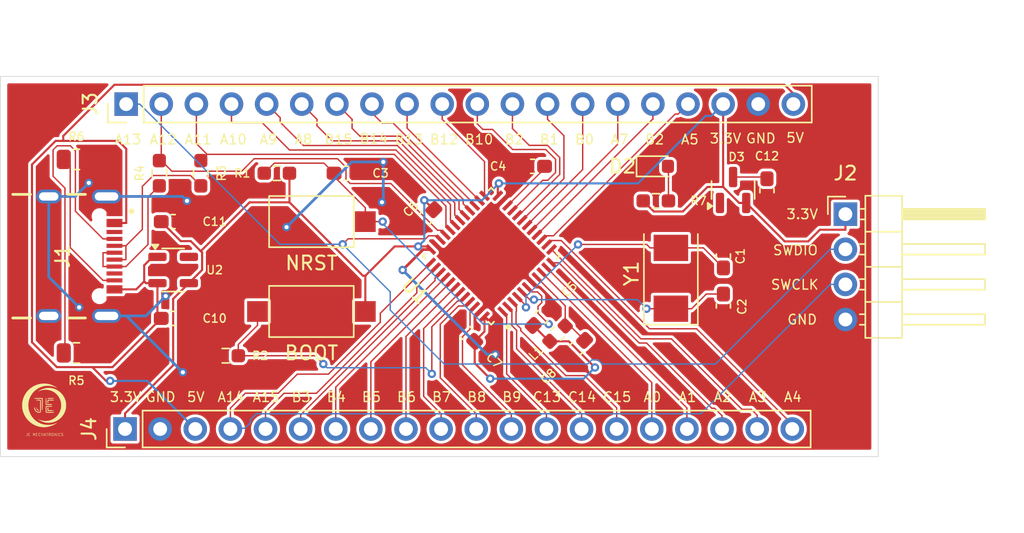
<source format=kicad_pcb>
(kicad_pcb (version 20240108) (generator "pcbnew") (generator_version "8.0")
  (layers (0 "F.Cu" signal) (31 "B.Cu" signal) (34 "B.Paste" user) (35 "F.Paste" user) (36 "B.SilkS" user "B.Silkscreen") (37 "F.SilkS" user "F.Silkscreen") (38 "B.Mask" user) (39 "F.Mask" user) (44 "Edge.Cuts" user))
  (net 0 "")
  (net 1 "GND")
  (net 2 "Net-(U1-PH0-OSC_IN)")
  (net 3 "Net-(U1-PH1-OSC_OUT)")
  (net 4 "/NRST")
  (net 5 "Net-(U1-VCAP_1)")
  (net 6 "/3.3V")
  (net 7 "/VREF")
  (net 8 "/5V")
  (net 9 "Net-(C12-Pad2)")
  (net 10 "/VB")
  (net 11 "Net-(D2-A)")
  (net 13 "/USB_DN")
  (net 14 "/USB_DP")
  (net 15 "/CC2")
  (net 17 "/CC1")
  (net 18 "/PA13")
  (net 19 "/PA14")
  (net 20 "/PA4")
  (net 21 "/PB2")
  (net 22 "/PC14")
  (net 23 "/PA6")
  (net 24 "/PA5")
  (net 25 "/PB10")
  (net 26 "/PB0")
  (net 27 "/PA0")
  (net 28 "/PA1")
  (net 29 "/PB1")
  (net 30 "/PC13")
  (net 31 "/PA3")
  (net 32 "/PA7")
  (net 33 "/PC15")
  (net 34 "/PA2")
  (net 35 "/PB4")
  (net 36 "/PB9")
  (net 37 "/PA9")
  (net 38 "/PB5")
  (net 39 "/PA15")
  (net 40 "/PA8")
  (net 41 "/PB7")
  (net 42 "/PB8")
  (net 43 "/PB6")
  (net 44 "/PB13")
  (net 45 "/PB14")
  (net 46 "/PB12")
  (net 47 "/PB3")
  (net 48 "/PA11")
  (net 49 "/PB15")
  (net 50 "/PA12")
  (net 51 "/PA10")
  (net 52 "/BOOT")
  (footprint "Resistor_SMD:R_0603_1608Metric_Pad0.98x0.95mm_HandSolder" (layer "F.Cu") (at 42 21.5 90)
    (property "Reference" "R3")
    (property "Value" "10Ω")
  )
  (footprint "Capacitor_SMD:C_0603_1608Metric_Pad1.08x0.95mm_HandSolder" (layer "F.Cu") (at 69.15 34.2 -135)
    (property "Reference" "C8")
    (property "Value" "100nF")
  )
  (footprint "Capacitor_SMD:C_0603_1608Metric_Pad1.08x0.95mm_HandSolder" (layer "F.Cu") (at 82.95 22.7625 90)
    (property "Reference" "C12")
    (property "Value" "100nF")
  )
  (footprint "Connector_PinHeader_2.54mm:PinHeader_1x20_P2.54mm_Vertical" (layer "F.Cu") (at 36.6 16.5 90)
    (property "Reference" "J3")
    (property "Value" "Conn_01x20_Socket")
  )
  (footprint "Capacitor_SMD:C_0603_1608Metric_Pad1.08x0.95mm_HandSolder" (layer "F.Cu") (at 40 32)
    (property "Reference" "C10")
    (property "Value" "0.1uF")
  )
  (footprint "Connector_PinHeader_2.54mm:PinHeader_1x04_P2.54mm_Horizontal" (layer "F.Cu") (at 88.625 24.46)
    (property "Reference" "J2")
    (property "Value" "Screw_Terminal_01x04")
  )
  (footprint "Capacitor_SMD:C_0603_1608Metric_Pad1.08x0.95mm_HandSolder" (layer "F.Cu") (at 58.25 24.75 -135)
    (property "Reference" "C6")
    (property "Value" "100nF")
  )
  (footprint "Capacitor_SMD:C_0603_1608Metric_Pad1.08x0.95mm_HandSolder" (layer "F.Cu") (at 79.8 31.1 90)
    (property "Reference" "C2")
    (property "Value" "12pF")
  )
  (footprint "Capacitor_SMD:C_0603_1608Metric_Pad1.08x0.95mm_HandSolder" (layer "F.Cu") (at 79.8 27.4875 -90)
    (property "Reference" "C1")
    (property "Value" "12pF")
  )
  (footprint "STM32F411:QFN50P700X700X60-49N" (layer "F.Cu") (at 63 27.5 135)
    (property "Reference" "U1")
    (property "Value" "STM32F411CEU6")
  )
  (footprint "Resistor_SMD:R_0603_1608Metric_Pad0.98x0.95mm_HandSolder" (layer "F.Cu") (at 43.8 34.7)
    (property "Reference" "R2")
    (property "Value" "10K")
  )
  (footprint "Capacitor_SMD:C_0603_1608Metric_Pad1.08x0.95mm_HandSolder" (layer "F.Cu") (at 66 21)
    (property "Reference" "C4")
    (property "Value" "2.2uF")
  )
  (footprint "Resistor_SMD:R_0603_1608Metric_Pad0.98x0.95mm_HandSolder" (layer "F.Cu") (at 39 21.5 90)
    (property "Reference" "R4")
    (property "Value" "10Ω")
  )
  (footprint "Button_Switch_SMD:SW_SPST_CK_RS282G05A3" (layer "F.Cu") (at 50 25 180)
    (property "Reference" "NRST")
    (property "Value" "SW_Push")
  )
  (footprint "LED_SMD:LED_0603_1608Metric" (layer "F.Cu") (at 75 21)
    (property "Reference" "D2")
    (property "Value" "LED")
  )
  (footprint "Crystal:Crystal_SMD_0603-2Pin_6.0x3.5mm" (layer "F.Cu") (at 76 29.1 90)
    (property "Reference" "Y1")
    (property "Value" "25 Mhz")
  )
  (footprint "images:logo" (layer "F.Cu") (at 30.65 38.375)
    (property "Reference" "G***" (hide yes))
    (property "Value" "LOGO" (hide yes))
  )
  (footprint "Button_Switch_SMD:SW_SPST_CK_RS282G05A3" (layer "F.Cu") (at 50 31.5 180)
    (property "Reference" "BOOT")
    (property "Value" "SW_Push")
  )
  (footprint "USB TYPE C:GCT_USB4105-GF-A" (layer "F.Cu") (at 31 27.5 -90)
    (property "Reference" "J1")
    (property "Value" "USB4105-GF-A")
  )
  (footprint "Capacitor_SMD:C_0603_1608Metric_Pad1.08x0.95mm_HandSolder" (layer "F.Cu") (at 66.65 31.9 45)
    (property "Reference" "C5")
    (property "Value" "100nF")
  )
  (footprint "Resistor_SMD:R_0805_2012Metric" (layer "F.Cu") (at 33 34.5)
    (property "Reference" "R5")
    (property "Value" "5.1K")
  )
  (footprint "Resistor_SMD:R_0603_1608Metric_Pad0.98x0.95mm_HandSolder" (layer "F.Cu") (at 47.5 21.5)
    (property "Reference" "R1")
    (property "Value" "10K")
  )
  (footprint "Capacitor_SMD:C_0603_1608Metric_Pad1.08x0.95mm_HandSolder" (layer "F.Cu") (at 40 25)
    (property "Reference" "C11")
    (property "Value" "0.1uF")
  )
  (footprint "Connector_PinHeader_2.54mm:PinHeader_1x20_P2.54mm_Vertical" (layer "F.Cu") (at 36.52 40 90)
    (property "Reference" "J4")
    (property "Value" "Conn_01x20_Socket")
  )
  (footprint "Package_TO_SOT_SMD:SOT-23-5" (layer "F.Cu") (at 40 28.5)
    (property "Reference" "U2")
    (property "Value" "AP7343")
  )
  (footprint "Inductor_SMD:L_0603_1608Metric" (layer "F.Cu") (at 67.8 33.1 -135)
    (property "Reference" "L1")
    (property "Value" "10uH")
  )
  (footprint "Package_TO_SOT_SMD:SOT-23" (layer "F.Cu") (at 80.5 22.7125 90)
    (property "Reference" "D3")
    (property "Value" "BAT54C")
  )
  (footprint "Resistor_SMD:R_0805_2012Metric" (layer "F.Cu") (at 33 20.5)
    (property "Reference" "R6")
    (property "Value" "5.1K")
  )
  (footprint "Capacitor_SMD:C_0603_1608Metric_Pad1.08x0.95mm_HandSolder" (layer "F.Cu") (at 61.2 33.05 135)
    (property "Reference" "C7")
    (property "Value" "100nF")
  )
  (footprint "Capacitor_SMD:C_0603_1608Metric_Pad1.08x0.95mm_HandSolder" (layer "F.Cu") (at 52.5 21.5)
    (property "Reference" "C3")
    (property "Value" "100nF")
  )
  (footprint "Resistor_SMD:R_0603_1608Metric_Pad0.98x0.95mm_HandSolder" (layer "F.Cu") (at 74.9125 23.5)
    (property "Reference" "R7")
    (property "Value" "5.1K")
  )
  (gr_rect (start 27.5 14.5) (end 91 42) (stroke (width 0.05)) (fill none) (layer "Edge.Cuts"))
  (gr_text "A1\n" (at 77.2 38.1 0) (layer "F.SilkS") (effects (font (size 0.7 0.7) (thickness 0.1)) (justify bottom)))
  (gr_text "B7" (at 59.42 38.1 0) (layer "F.SilkS") (effects (font (size 0.7 0.7) (thickness 0.1)) (justify bottom)))
  (gr_text "GND" (at 39.1 38.1 0) (layer "F.SilkS") (effects (font (size 0.7 0.7) (thickness 0.1)) (justify bottom)))
  (gr_text "JE MECHATRONICS" (at 29.325 40.525 0) (layer "F.SilkS") (effects (font (size 0.2 0.2) (thickness 0.02)) (justify left bottom)))
  (gr_text "GND\n" (at 82.51 19.39 0) (layer "F.SilkS") (effects (font (size 0.7 0.7) (thickness 0.1)) (justify bottom)))
  (gr_text "3.3V\n" (at 79.95 19.4 0) (layer "F.SilkS") (effects (font (size 0.7 0.7) (thickness 0.1)) (justify bottom)))
  (gr_text "5V" (at 41.64 38.1 0) (layer "F.SilkS") (effects (font (size 0.7 0.7) (thickness 0.1)) (justify bottom)))
  (gr_text "GND" (at 85.5 32.495 0) (layer "F.SilkS") (effects (font (size 0.7 0.7) (thickness 0.1)) (justify bottom)))
  (gr_text "SWDIO" (at 85.01 27.48 0) (layer "F.SilkS") (effects (font (size 0.7 0.7) (thickness 0.1)) (justify bottom)))
  (gr_text "B6" (at 56.88 38.1 0) (layer "F.SilkS") (effects (font (size 0.7 0.7) (thickness 0.1)) (justify bottom)))
  (gr_text "3.3V\n" (at 36.56 38.1 0) (layer "F.SilkS") (effects (font (size 0.7 0.7) (thickness 0.1)) (justify bottom)))
  (gr_text "A0" (at 74.66 38.1 0) (layer "F.SilkS") (effects (font (size 0.7 0.7) (thickness 0.1)) (justify bottom)))
  (gr_text "A4" (at 84.82 38.1 0) (layer "F.SilkS") (effects (font (size 0.7 0.7) (thickness 0.1)) (justify bottom)))
  (gr_text "B1" (at 67.21 19.47 0) (layer "F.SilkS") (effects (font (size 0.7 0.7) (thickness 0.1)) (justify bottom)))
  (gr_text "B15" (at 51.97 19.47 0) (layer "F.SilkS") (effects (font (size 0.7 0.7) (thickness 0.1)) (justify bottom)))
  (gr_text "B10\n" (at 62.13 19.47 0) (layer "F.SilkS") (effects (font (size 0.7 0.7) (thickness 0.1)) (justify bottom)))
  (gr_text "A10\n" (at 44.35 19.47 0) (layer "F.SilkS") (effects (font (size 0.7 0.7) (thickness 0.1)) (justify bottom)))
  (gr_text "A9" (at 46.89 19.47 0) (layer "F.SilkS") (effects (font (size 0.7 0.7) (thickness 0.1)) (justify bottom)))
  (gr_text "SWCLK" (at 84.96 29.97 0) (layer "F.SilkS") (effects (font (size 0.7 0.7) (thickness 0.1)) (justify bottom)))
  (gr_text "A14" (at 44.18 38.1 0) (layer "F.SilkS") (effects (font (size 0.7 0.7) (thickness 0.1)) (justify bottom)))
  (gr_text "A3" (at 82.28 38.1 0) (layer "F.SilkS") (effects (font (size 0.7 0.7) (thickness 0.1)) (justify bottom)))
  (gr_text "A7\n" (at 72.29 19.47 0) (layer "F.SilkS") (effects (font (size 0.7 0.7) (thickness 0.1)) (justify bottom)))
  (gr_text "A2" (at 79.74 38.1 0) (layer "F.SilkS") (effects (font (size 0.7 0.7) (thickness 0.1)) (justify bottom)))
  (gr_text "B13" (at 57.05 19.47 0) (layer "F.SilkS") (effects (font (size 0.7 0.7) (thickness 0.1)) (justify bottom)))
  (gr_text "B3" (at 49.26 38.1 0) (layer "F.SilkS") (effects (font (size 0.7 0.7) (thickness 0.1)) (justify bottom)))
  (gr_text "C13" (at 67.04 38.1 0) (layer "F.SilkS") (effects (font (size 0.7 0.7) (thickness 0.1)) (justify bottom)))
  (gr_text "3.3V" (at 85.5 24.875 0) (layer "F.SilkS") (effects (font (size 0.7 0.7) (thickness 0.1)) (justify bottom)))
  (gr_text "5V" (at 84.99 19.35 0) (layer "F.SilkS") (effects (font (size 0.7 0.7) (thickness 0.1)) (justify bottom)))
  (gr_text "A12" (at 39.27 19.47 0) (layer "F.SilkS") (effects (font (size 0.7 0.7) (thickness 0.1)) (justify bottom)))
  (gr_text "A13" (at 36.73 19.47 0) (layer "F.SilkS") (effects (font (size 0.7 0.7) (thickness 0.1)) (justify bottom)))
  (gr_text "A5" (at 77.37 19.47 0) (layer "F.SilkS") (effects (font (size 0.7 0.7) (thickness 0.1)) (justify bottom)))
  (gr_text "B9\n" (at 64.5 38.1 0) (layer "F.SilkS") (effects (font (size 0.7 0.7) (thickness 0.1)) (justify bottom)))
  (gr_text "B14\n" (at 54.51 19.41412 0) (layer "F.SilkS") (effects (font (size 0.7 0.7) (thickness 0.1)) (justify bottom)))
  (gr_text "A11\n" (at 41.81 19.47 0) (layer "F.SilkS") (effects (font (size 0.7 0.7) (thickness 0.1)) (justify bottom)))
  (gr_text "B0\n" (at 69.75 19.47 0) (layer "F.SilkS") (effects (font (size 0.7 0.7) (thickness 0.1)) (justify bottom)))
  (gr_text "B2\n" (at 74.83 19.47 0) (layer "F.SilkS") (effects (font (size 0.7 0.7) (thickness 0.1)) (justify bottom)))
  (gr_text "A15" (at 46.72 38.1 0) (layer "F.SilkS") (effects (font (size 0.7 0.7) (thickness 0.1)) (justify bottom)))
  (gr_text "B4" (at 51.8 38.1 0) (layer "F.SilkS") (effects (font (size 0.7 0.7) (thickness 0.1)) (justify bottom)))
  (gr_text "B12\n" (at 59.59 19.47 0) (layer "F.SilkS") (effects (font (size 0.7 0.7) (thickness 0.1)) (justify bottom)))
  (gr_text "B2" (at 64.67 19.47 0) (layer "F.SilkS") (effects (font (size 0.7 0.7) (thickness 0.1)) (justify bottom)))
  (gr_text "B5" (at 54.34 38.1 0) (layer "F.SilkS") (effects (font (size 0.7 0.7) (thickness 0.1)) (justify bottom)))
  (gr_text "C14" (at 69.58 38.1 0) (layer "F.SilkS") (effects (font (size 0.7 0.7) (thickness 0.1)) (justify bottom)))
  (gr_text "B8" (at 61.96 38.1 0) (layer "F.SilkS") (effects (font (size 0.7 0.7) (thickness 0.1)) (justify bottom)))
  (gr_text "C15" (at 72.12 38.1 0) (layer "F.SilkS") (effects (font (size 0.7 0.7) (thickness 0.1)) (justify bottom)))
  (gr_text "A8\n" (at 49.43 19.47 0) (layer "F.SilkS") (effects (font (size 0.7 0.7) (thickness 0.1)) (justify bottom)))
  (segment (start 40.8625 35.7375) (end 40.8625 32) (width 0.2) (layer "F.Cu") (net 1))
  (segment (start 33.9 20.5125) (end 33.9125 20.5) (width 0.2) (layer "F.Cu") (net 1))
  (segment (start 47.8 25) (end 48.2 25.4) (width 0.2) (layer "F.Cu") (net 1))
  (segment (start 56.85988 25.35988) (end 57.64012 25.35988) (width 0.2) (layer "F.Cu") (net 1))
  (segment (start 40.7 35.9) (end 40.8625 35.7375) (width 0.2) (layer "F.Cu") (net 1))
  (segment (start 39.461661 30.385634) (end 39.671536 30.385634) (width 0.2) (layer "F.Cu") (net 1))
  (segment (start 33.9125 34.5) (end 33.9125 31.9125) (width 0.2) (layer "F.Cu") (net 1))
  (segment (start 46.1 25) (end 47.8 25) (width 0.2) (layer "F.Cu") (net 1))
  (segment (start 40 30.05717) (end 40 28.975001) (width 0.2) (layer "F.Cu") (net 1))
  (segment (start 39.671536 30.385634) (end 40 30.05717) (width 0.2) (layer "F.Cu") (net 1))
  (segment (start 40 28.975001) (end 39.524999 28.5) (width 0.2) (layer "F.Cu") (net 1))
  (segment (start 39.524999 28.5) (end 38.8625 28.5) (width 0.2) (layer "F.Cu") (net 1))
  (segment (start 33.9125 31.9125) (end 33.2 31.2) (width 0.2) (layer "F.Cu") (net 1))
  (segment (start 41 24.862501) (end 40.862501 25) (width 0.2) (layer "F.Cu") (net 1))
  (segment (start 55.2 20.6841) (end 54.3841 21.5) (width 0.2) (layer "F.Cu") (net 1))
  (segment (start 33.9 22.2) (end 33.9 20.5125) (width 0.2) (layer "F.Cu") (net 1))
  (segment (start 54.3841 21.5) (end 53.3625 21.5) (width 0.2) (layer "F.Cu") (net 1))
  (segment (start 55.1 23.6) (end 56.85988 25.35988) (width 0.2) (layer "F.Cu") (net 1))
  (segment (start 41 23.5) (end 41 24.862501) (width 0.2) (layer "F.Cu") (net 1))
  (via (at 48.2 25.4) (size 0.6) (drill 0.3) (layers "F.Cu" "B.Cu") (net 1))
  (via (at 41 23.5) (size 0.6) (drill 0.3) (layers "F.Cu" "B.Cu") (net 1))
  (via (at 40.7 35.9) (size 0.6) (drill 0.3) (layers "F.Cu" "B.Cu") (net 1))
  (via (at 55.1 23.6) (size 0.6) (drill 0.3) (layers "F.Cu" "B.Cu") (net 1))
  (via (at 55.2 20.6841) (size 0.6) (drill 0.3) (layers "F.Cu" "B.Cu") (net 1))
  (via (at 33.9 22.2) (size 0.6) (drill 0.3) (layers "F.Cu" "B.Cu") (net 1))
  (via (at 33.2 31.2) (size 0.6) (drill 0.3) (layers "F.Cu" "B.Cu") (net 1))
  (via (at 39.461661 30.385634) (size 0.6) (drill 0.3) (layers "F.Cu" "B.Cu") (net 1))
  (segment (start 32.92 23.18) (end 33.9 22.2) (width 0.2) (layer "B.Cu") (net 1))
  (segment (start 52.9159 20.6841) (end 55.2 20.6841) (width 0.2) (layer "B.Cu") (net 1))
  (segment (start 36.62 31.82) (end 40.7 35.9) (width 0.2) (layer "B.Cu") (net 1))
  (segment (start 35.18 31.82) (end 36.62 31.82) (width 0.2) (layer "B.Cu") (net 1))
  (segment (start 31 29) (end 31 23.18) (width 0.2) (layer "B.Cu") (net 1))
  (segment (start 35.18 23.18) (end 40.68 23.18) (width 0.2) (layer "B.Cu") (net 1))
  (segment (start 35.18 31.82) (end 38.027295 31.82) (width 0.2) (layer "B.Cu") (net 1))
  (segment (start 33.2 31.2) (end 31 29) (width 0.2) (layer "B.Cu") (net 1))
  (segment (start 55.2 20.6841) (end 55.2 23.5) (width 0.2) (layer "B.Cu") (net 1))
  (segment (start 40.68 23.18) (end 41 23.5) (width 0.2) (layer "B.Cu") (net 1))
  (segment (start 31 23.18) (end 32.92 23.18) (width 0.2) (layer "B.Cu") (net 1))
  (segment (start 48.2 25.4) (end 52.9159 20.6841) (width 0.2) (layer "B.Cu") (net 1))
  (segment (start 55.2 23.5) (end 55.1 23.6) (width 0.2) (layer "B.Cu") (net 1))
  (segment (start 38.027295 31.82) (end 39.461661 30.385634) (width 0.2) (layer "B.Cu") (net 1))
  (segment (start 76 26.9) (end 78.35 26.9) (width 0.1) (layer "F.Cu") (net 2))
  (segment (start 74.4983 26.9) (end 74.2493 26.651) (width 0.1) (layer "F.Cu") (net 2))
  (segment (start 78.35 26.9) (end 79.8 28.35) (width 0.1) (layer "F.Cu") (net 2))
  (segment (start 76 26.9) (end 74.4983 26.9) (width 0.1) (layer "F.Cu") (net 2))
  (segment (start 65.5202 31.0809) (end 65.5202 31.2015) (width 0.1) (layer "F.Cu") (net 2))
  (segment (start 74.2493 26.651) (end 69.2839 26.651) (width 0.1) (layer "F.Cu") (net 2))
  (segment (start 64.895 30.4557) (end 65.5202 31.0809) (width 0.1) (layer "F.Cu") (net 2))
  (via (at 65.5202 31.2015) (size 0.6) (drill 0.3) (layers "F.Cu" "B.Cu") (net 2))
  (via (at 69.2839 26.651) (size 0.6) (drill 0.3) (layers "F.Cu" "B.Cu") (net 2))
  (segment (start 65.5202 30.4147) (end 65.5202 31.2015) (width 0.1) (layer "B.Cu") (net 2))
  (segment (start 69.2839 26.651) (end 65.5202 30.4147) (width 0.1) (layer "B.Cu") (net 2))
  (segment (start 65.2486 30.1022) (end 65.7896 30.6432) (width 0.1) (layer "F.Cu") (net 3))
  (segment (start 74.4983 31.3) (end 74.239 31.3) (width 0.1) (layer "F.Cu") (net 3))
  (segment (start 76.7509 31.3) (end 77.5017 31.3) (width 0.1) (layer "F.Cu") (net 3))
  (segment (start 77.5017 31.3) (end 78.5642 30.2375) (width 0.1) (layer "F.Cu") (net 3))
  (segment (start 78.5642 30.2375) (end 79.8 30.2375) (width 0.1) (layer "F.Cu") (net 3))
  (segment (start 76.7509 31.3) (end 76 31.3) (width 0.1) (layer "F.Cu") (net 3))
  (segment (start 76 31.3) (end 74.4983 31.3) (width 0.1) (layer "F.Cu") (net 3))
  (segment (start 65.7896 30.6432) (end 66.0972 30.6432) (width 0.1) (layer "F.Cu") (net 3))
  (via (at 66.0972 30.6432) (size 0.6) (drill 0.3) (layers "F.Cu" "B.Cu") (net 3))
  (via (at 74.239 31.3) (size 0.6) (drill 0.3) (layers "F.Cu" "B.Cu") (net 3))
  (segment (start 66.0972 30.6433) (end 73.5823 30.6433) (width 0.1) (layer "B.Cu") (net 3))
  (segment (start 73.5823 30.6433) (end 74.239 31.3) (width 0.1) (layer "B.Cu") (net 3))
  (segment (start 66.0972 30.6432) (end 66.0972 30.6433) (width 0.1) (layer "B.Cu") (net 3))
  (segment (start 47.316 20.7715) (end 50.909 20.7715) (width 0.1) (layer "F.Cu") (net 4))
  (segment (start 66.3897 31.1312) (end 66.3897 31.6388) (width 0.1) (layer "F.Cu") (net 4))
  (segment (start 53.9 25) (end 54.9017 25) (width 0.1) (layer "F.Cu") (net 4))
  (segment (start 53.9 24.8207) (end 53.9 25) (width 0.1) (layer "F.Cu") (net 4))
  (segment (start 53.9 24.8207) (end 53.9 23.9983) (width 0.1) (layer "F.Cu") (net 4))
  (segment (start 66.6601 30.8608) (end 66.3897 31.1312) (width 0.1) (layer "F.Cu") (net 4))
  (segment (start 65.9386 30.085) (end 66.3557 30.085) (width 0.1) (layer "F.Cu") (net 4))
  (segment (start 66.3897 31.6388) (end 67.1615 32.4106) (width 0.1) (layer "F.Cu") (net 4))
  (segment (start 66.6601 30.3894) (end 66.6601 30.8608) (width 0.1) (layer "F.Cu") (net 4))
  (segment (start 66.3557 30.085) (end 66.6601 30.3894) (width 0.1) (layer "F.Cu") (net 4))
  (segment (start 65.6022 29.7486) (end 65.9386 30.085) (width 0.1) (layer "F.Cu") (net 4))
  (segment (start 54.9017 25) (end 55.1529 25) (width 0.1) (layer "F.Cu") (net 4))
  (segment (start 46.5875 21.5) (end 47.316 20.7715) (width 0.1) (layer "F.Cu") (net 4))
  (segment (start 50.909 20.7715) (end 51.6375 21.5) (width 0.1) (layer "F.Cu") (net 4))
  (segment (start 53.9 23.9983) (end 51.6375 21.7358) (width 0.1) (layer "F.Cu") (net 4))
  (segment (start 51.6375 21.7358) (end 51.6375 21.5) (width 0.1) (layer "F.Cu") (net 4))
  (via (at 55.1529 25) (size 0.6) (drill 0.3) (layers "F.Cu" "B.Cu") (net 4))
  (via (at 67.1615 32.4106) (size 0.6) (drill 0.3) (layers "F.Cu" "B.Cu") (net 4))
  (segment (start 55.1529 25) (end 55.1529 25.1359) (width 0.1) (layer "B.Cu") (net 4))
  (segment (start 55.1529 25.1359) (end 62.4276 32.4106) (width 0.1) (layer "B.Cu") (net 4))
  (segment (start 62.4276 32.4106) (end 67.1615 32.4106) (width 0.1) (layer "B.Cu") (net 4))
  (segment (start 64.1879 23.8372) (end 66.8625 21.1626) (width 0.1) (layer "F.Cu") (net 5))
  (segment (start 66.8625 21.1626) (end 66.8625 21) (width 0.1) (layer "F.Cu") (net 5))
  (segment (start 58.080833 27.019167) (end 56.6 28.5) (width 0.2) (layer "F.Cu") (net 6))
  (segment (start 79.78 22.4925) (end 79.78 16.5) (width 0.15) (layer "F.Cu") (net 6))
  (segment (start 61.8099 35.1534) (end 61.8099 35.2399) (width 0.15) (layer "F.Cu") (net 6))
  (segment (start 84.2316 26.4316) (end 85.932 26.4316) (width 0.15) (layer "F.Cu") (net 6))
  (segment (start 63.3 34.6) (end 63 34.3) (width 0.2) (layer "F.Cu") (net 6))
  (segment (start 80.9375 23.65) (end 79.78 22.4925) (width 0.15) (layer "F.Cu") (net 6))
  (segment (start 53.9 30.4733) (end 53.9 28.9161) (width 0.15) (layer "F.Cu") (net 6))
  (segment (start 76.8686 24.2668) (end 74.7668 24.2668) (width 0.15) (layer "F.Cu") (net 6))
  (segment (start 36.52 38.8733) (end 40.0001 35.3932) (width 0.15) (layer "F.Cu") (net 6))
  (segment (start 81.45 23.65) (end 80.9375 23.65) (width 0.15) (layer "F.Cu") (net 6))
  (segment (start 48.4125 23.6044) (end 53.7242 28.9161) (width 0.15) (layer "F.Cu") (net 6))
  (segment (start 63.4808 22.3118) (end 63.5584 22.2342) (width 0.15) (layer "F.Cu") (net 6))
  (segment (start 61.8099 33.6599) (end 61.8099 35.1534) (width 0.15) (layer "F.Cu") (net 6))
  (segment (start 58.1721 23.4523) (end 58.164 23.4523) (width 0.15) (layer "F.Cu") (net 6))
  (segment (start 53.7242 28.9161) (end 53.9 28.9161) (width 0.15) (layer "F.Cu") (net 6))
  (segment (start 63 34.3) (end 63 32.350753) (width 0.2) (layer "F.Cu") (net 6))
  (segment (start 41.9974 27.1369) (end 41.2726 26.4121) (width 0.15) (layer "F.Cu") (net 6))
  (segment (start 40.0001 30.5874) (end 41.1375 29.45) (width 0.15) (layer "F.Cu") (net 6))
  (segment (start 86.7769 25.5867) (end 88.625 25.5867) (width 0.15) (layer "F.Cu") (net 6))
  (segment (start 58.164 23.4523) (end 58.164 23.4522) (width 0.15) (layer "F.Cu") (net 6))
  (segment (start 36.52 40) (end 36.52 38.8733) (width 0.15) (layer "F.Cu") (net 6))
  (segment (start 41.9974 27.1369) (end 45.5299 23.6044) (width 0.15) (layer "F.Cu") (net 6))
  (segment (start 42.0942 27.2337) (end 41.9974 27.1369) (width 0.15) (layer "F.Cu") (net 6))
  (segment (start 81.45 23.65) (end 84.2316 26.4316) (width 0.15) (layer "F.Cu") (net 6))
  (segment (start 53.9 31.5) (end 53.9 30.4733) (width 0.15) (layer "F.Cu") (net 6))
  (segment (start 68.6168 33.6568) (end 67.187 33.6568) (width 0.15) (layer "F.Cu") (net 6))
  (segment (start 41.1375 29.45) (end 42.0942 28.4933) (width 0.15) (layer "F.Cu") (net 6))
  (segment (start 53.9 28.9161) (end 56.0208 26.7953) (width 0.15) (layer "F.Cu") (net 6))
  (segment (start 63.4808 23.1301) (end 63.4808 22.3118) (width 0.15) (layer "F.Cu") (net 6))
  (segment (start 78.6429 22.4925) (end 76.8686 24.2668) (width 0.15) (layer "F.Cu") (net 6))
  (segment (start 61.8099 35.2399) (end 62.93 36.36) (width 0.15) (layer "F.Cu") (net 6))
  (segment (start 74.7668 24.2668) (end 74 23.5) (width 0.15) (layer "F.Cu") (net 6))
  (segment (start 63 32.350753) (end 62.519167 31.86992) (width 0.2) (layer "F.Cu") (net 6))
  (segment (start 79.78 22.4925) (end 78.6429 22.4925) (width 0.15) (layer "F.Cu") (net 6))
  (segment (start 58.4062 26.7953) (end 58.6301 27.0192) (width 0.15) (layer "F.Cu") (net 6))
  (segment (start 85.932 26.4316) (end 86.7769 25.5867) (width 0.15) (layer "F.Cu") (net 6))
  (segment (start 45.5299 23.6044) (end 48.4125 23.6044) (width 0.15) (layer "F.Cu") (net 6))
  (segment (start 61.8099 33.6599) (end 62.5192 32.9506) (width 0.15) (layer "F.Cu") (net 6))
  (segment (start 67.187 33.6568) (end 66.0401 32.5099) (width 0.15) (layer "F.Cu") (net 6))
  (segment (start 42.0942 28.4933) (end 42.0942 27.2337) (width 0.15) (layer "F.Cu") (net 6))
  (segment (start 41.2726 26.4121) (end 40.5496 26.4121) (width 0.15) (layer "F.Cu") (net 6))
  (segment (start 62.5192 32.9506) (end 62.5192 31.8699) (width 0.15) (layer "F.Cu") (net 6))
  (segment (start 40.0001 35.3932) (end 40.0001 30.5874) (width 0.15) (layer "F.Cu") (net 6))
  (segment (start 88.625 24.46) (end 88.625 25.5867) (width 0.15) (layer "F.Cu") (net 6))
  (segment (start 58.63008 27.019167) (end 58.080833 27.019167) (width 0.2) (layer "F.Cu") (net 6))
  (segment (start 57.7237 26.7953) (end 58.4062 26.7953) (width 0.15) (layer "F.Cu") (net 6))
  (segment (start 48.4125 21.5) (end 48.4125 23.6044) (width 0.15) (layer "F.Cu") (net 6))
  (segment (start 58.8599 24.1401) (end 58.1721 23.4523) (width 0.15) (layer "F.Cu") (net 6))
  (segment (start 40.5496 26.4121) (end 39.1375 25) (width 0.15) (layer "F.Cu") (net 6))
  (segment (start 70.51 35.55) (end 68.6168 33.6568) (width 0.15) (layer "F.Cu") (net 6))
  (segment (start 56.0208 26.7953) (end 57.7237 26.7953) (width 0.15) (layer "F.Cu") (net 6))
  (via (at 63.5584 22.2342) (size 0.6) (drill 0.3) (layers "F.Cu" "B.Cu") (net 6))
  (via (at 57.7237 26.7953) (size 0.6) (drill 0.3) (layers "F.Cu" "B.Cu") (net 6))
  (via (at 56.6 28.5) (size 0.6) (drill 0.3) (layers "F.Cu" "B.Cu") (net 6))
  (via (at 58.164 23.4522) (size 0.6) (drill 0.3) (layers "F.Cu" "B.Cu") (net 6))
  (via (at 63.3 34.6) (size 0.6) (drill 0.3) (layers "F.Cu" "B.Cu") (net 6))
  (via (at 62.93 36.36) (size 0.6) (drill 0.3) (layers "F.Cu" "B.Cu") (net 6))
  (via (at 70.51 35.55) (size 0.6) (drill 0.3) (layers "F.Cu" "B.Cu") (net 6))
  (segment (start 73.6258 22.2342) (end 63.5584 22.2342) (width 0.15) (layer "B.Cu") (net 6))
  (segment (start 62.3404 23.4522) (end 58.164 23.4522) (width 0.15) (layer "B.Cu") (net 6))
  (segment (start 63.5584 22.2342) (end 62.3404 23.4522) (width 0.15) (layer "B.Cu") (net 6))
  (segment (start 58.164 23.4522) (end 58.164 26.355) (width 0.15) (layer "B.Cu") (net 6))
  (segment (start 62.93 36.36) (end 69.7 36.36) (width 0.15) (layer "B.Cu") (net 6))
  (segment (start 78.5 17.36) (end 73.6258 22.2342) (width 0.15) (layer "B.Cu") (net 6))
  (segment (start 79.78 16.5) (end 78.92 17.36) (width 0.15) (layer "B.Cu") (net 6))
  (segment (start 56.6 28.5) (end 62.7 34.6) (width 0.2) (layer "B.Cu") (net 6))
  (segment (start 58.164 26.355) (end 57.7237 26.7953) (width 0.15) (layer "B.Cu") (net 6))
  (segment (start 78.92 17.36) (end 78.5 17.36) (width 0.15) (layer "B.Cu") (net 6))
  (segment (start 62.7 34.6) (end 63.3 34.6) (width 0.2) (layer "B.Cu") (net 6))
  (segment (start 69.7 36.36) (end 70.51 35.55) (width 0.15) (layer "B.Cu") (net 6))
  (segment (start 66.3093 29.0415) (end 68.3568 31.089) (width 0.1) (layer "F.Cu") (net 7))
  (segment (start 68.3568 31.089) (end 68.3568 32.5432) (width 0.1) (layer "F.Cu") (net 7))
  (segment (start 68.3568 32.5432) (end 68.713 32.5432) (width 0.1) (layer "F.Cu") (net 7))
  (segment (start 68.713 32.5432) (end 69.7599 33.5901) (width 0.1) (layer "F.Cu") (net 7))
  (segment (start 38.8625 31.725) (end 39.1375 32) (width 0.15) (layer "F.Cu") (net 8))
  (segment (start 29.7885 20.8693) (end 29.7885 33.7253) (width 0.15) (layer "F.Cu") (net 8))
  (segment (start 34.15 35.5255) (end 35.1445 36.52) (width 0.15) (layer "F.Cu") (net 8))
  (segment (start 35.368 35.5255) (end 35.612 35.5255) (width 0.15) (layer "F.Cu") (net 8))
  (segment (start 29.7885 33.7253) (end 31.5887 35.5255) (width 0.15) (layer "F.Cu") (net 8))
  (segment (start 38.513 27.55) (end 38.8625 27.55) (width 0.15) (layer "F.Cu") (net 8))
  (segment (start 36.6067 19.7363) (end 36.0309 19.1605) (width 0.15) (layer "F.Cu") (net 8))
  (segment (start 37.9046 28.1584) (end 38.513 27.55) (width 0.15) (layer "F.Cu") (net 8))
  (segment (start 38.8625 29.45) (end 38.0298 29.45) (width 0.15) (layer "F.Cu") (net 8))
  (segment (start 37.9046 29.3248) (end 37.9046 28.1584) (width 0.15) (layer "F.Cu") (net 8))
  (segment (start 31.5887 35.5255) (end 34.15 35.5255) (width 0.15) (layer "F.Cu") (net 8))
  (segment (start 35.75 15.1) (end 84.22 15.1) (width 0.15) (layer "F.Cu") (net 8))
  (segment (start 36.6067 25.1) (end 36.6067 19.7363) (width 0.15) (layer "F.Cu") (net 8))
  (segment (start 37.3294 29.9) (end 35.755 29.9) (width 0.15) (layer "F.Cu") (net 8))
  (segment (start 31.4973 19.1605) (end 29.7885 20.8693) (width 0.15) (layer "F.Cu") (net 8))
  (segment (start 38.8625 29.45) (end 38.8625 31.725) (width 0.15) (layer "F.Cu") (net 8))
  (segment (start 32.05 18.8) (end 35.75 15.1) (width 0.15) (layer "F.Cu") (net 8))
  (segment (start 35.612 35.5255) (end 39.1375 32) (width 0.15) (layer "F.Cu") (net 8))
  (segment (start 84.86 15.74) (end 84.86 16.5) (width 0.15) (layer "F.Cu") (net 8))
  (segment (start 35.1445 36.52) (end 35.44 36.52) (width 0.15) (layer "F.Cu") (net 8))
  (segment (start 32.05 19.1605) (end 32.05 18.8) (width 0.15) (layer "F.Cu") (net 8))
  (segment (start 36.0309 19.1605) (end 31.4973 19.1605) (width 0.15) (layer "F.Cu") (net 8))
  (segment (start 35.755 25.1) (end 36.6067 25.1) (width 0.15) (layer "F.Cu") (net 8))
  (segment (start 37.9046 29.3248) (end 37.3294 29.9) (width 0.15) (layer "F.Cu") (net 8))
  (segment (start 34.15 35.5255) (end 35.368 35.5255) (width 0.15) (layer "F.Cu") (net 8))
  (segment (start 38.0298 29.45) (end 37.9046 29.3248) (width 0.15) (layer "F.Cu") (net 8))
  (segment (start 84.22 15.1) (end 84.86 15.74) (width 0.15) (layer "F.Cu") (net 8))
  (via (at 35.44 36.52) (size 0.6) (drill 0.3) (layers "F.Cu" "B.Cu") (net 8))
  (segment (start 35.44 36.52) (end 38.12 36.52) (width 0.15) (layer "B.Cu") (net 8))
  (segment (start 38.12 36.52) (end 41.6 40) (width 0.15) (layer "B.Cu") (net 8))
  (segment (start 80.5 21.775) (end 82.825 21.775) (width 0.1) (layer "F.Cu") (net 9))
  (segment (start 82.825 21.775) (end 82.95 21.9) (width 0.1) (layer "F.Cu") (net 9))
  (segment (start 75.825 21.0375) (end 75.825 23.5) (width 0.1) (layer "F.Cu") (net 11))
  (segment (start 75.7875 21) (end 75.825 21.0375) (width 0.1) (layer "F.Cu") (net 11))
  (segment (start 36.5817 26.7515) (end 36.5802 26.75) (width 0.1) (layer "F.Cu") (net 13))
  (segment (start 36.5802 26.75) (end 36.5059 26.75) (width 0.1) (layer "F.Cu") (net 13))
  (segment (start 35.755 26.75) (end 36.5059 26.75) (width 0.1) (layer "F.Cu") (net 13))
  (segment (start 35.755 27.75) (end 36.5817 27.75) (width 0.1) (layer "F.Cu") (net 13))
  (segment (start 37.7711 22.4515) (end 37.7711 25.5591) (width 0.1) (layer "F.Cu") (net 13))
  (segment (start 42 22.4125) (end 41.2526 21.6651) (width 0.1) (layer "F.Cu") (net 13))
  (segment (start 41.2526 21.6651) (end 38.5575 21.6651) (width 0.1) (layer "F.Cu") (net 13))
  (segment (start 38.5575 21.6651) (end 37.7711 22.4515) (width 0.1) (layer "F.Cu") (net 13))
  (segment (start 36.5817 27.75) (end 36.5817 26.7515) (width 0.1) (layer "F.Cu") (net 13))
  (segment (start 37.7711 25.5591) (end 36.5802 26.75) (width 0.1) (layer "F.Cu") (net 13))
  (segment (start 36.5817 28.25) (end 38.1801 26.6516) (width 0.1) (layer "F.Cu") (net 14))
  (segment (start 36.0925 28.25) (end 36.5817 28.25) (width 0.1) (layer "F.Cu") (net 14))
  (segment (start 36.0925 28.25) (end 35.755 28.25) (width 0.1) (layer "F.Cu") (net 14))
  (segment (start 38.1801 26.6516) (end 38.1801 23.2324) (width 0.1) (layer "F.Cu") (net 14))
  (segment (start 38.1801 23.2324) (end 39 22.4125) (width 0.1) (layer "F.Cu") (net 14))
  (segment (start 35.755 27.25) (end 34.9283 27.25) (width 0.1) (layer "F.Cu") (net 14))
  (segment (start 35.755 28.25) (end 34.9283 28.25) (width 0.1) (layer "F.Cu") (net 14))
  (segment (start 34.9283 28.25) (end 34.9283 27.25) (width 0.1) (layer "F.Cu") (net 14))
  (segment (start 35.755 29.25) (end 34.9283 29.25) (width 0.1) (layer "F.Cu") (net 15))
  (segment (start 32.5518 26.8735) (end 34.9283 29.25) (width 0.1) (layer "F.Cu") (net 15))
  (segment (start 32.5518 20.9643) (end 32.5518 26.8735) (width 0.1) (layer "F.Cu") (net 15))
  (segment (start 32.0875 20.5) (end 32.5518 20.9643) (width 0.1) (layer "F.Cu") (net 15))
  (segment (start 35.755 26.25) (end 34.9283 26.25) (width 0.1) (layer "F.Cu") (net 17))
  (segment (start 32.1738 22.5776) (end 32.1738 34.4137) (width 0.1) (layer "F.Cu") (net 17))
  (segment (start 32.9297 19.8828) (end 32.5641 19.5172) (width 0.1) (layer "F.Cu") (net 17))
  (segment (start 32.9297 24.2514) (end 32.9297 19.8828) (width 0.1) (layer "F.Cu") (net 17))
  (segment (start 32.1738 34.4137) (end 32.0875 34.5) (width 0.1) (layer "F.Cu") (net 17))
  (segment (start 34.9283 26.25) (end 32.9297 24.2514) (width 0.1) (layer "F.Cu") (net 17))
  (segment (start 31.6085 19.5172) (end 31.3151 19.8106) (width 0.1) (layer "F.Cu") (net 17))
  (segment (start 32.5641 19.5172) (end 31.6085 19.5172) (width 0.1) (layer "F.Cu") (net 17))
  (segment (start 31.3151 19.8106) (end 31.3151 21.7189) (width 0.1) (layer "F.Cu") (net 17))
  (segment (start 31.3151 21.7189) (end 32.1738 22.5776) (width 0.1) (layer "F.Cu") (net 17))
  (segment (start 59.3372 26.3121) (end 59.0498 26.0247) (width 0.1) (layer "F.Cu") (net 18))
  (segment (start 52.6564 26.2436) (end 52.2618 26.6382) (width 0.1) (layer "F.Cu") (net 18))
  (segment (start 59.0498 26.0247) (end 58.479 26.0247) (width 0.1) (layer "F.Cu") (net 18))
  (segment (start 58.479 26.0247) (end 58.2601 26.2436) (width 0.1) (layer "F.Cu") (net 18))
  (segment (start 58.2601 26.2436) (end 52.6564 26.2436) (width 0.1) (layer "F.Cu") (net 18))
  (via (at 52.2618 26.6382) (size 0.6) (drill 0.3) (layers "F.Cu" "B.Cu") (net 18))
  (segment (start 47.722565 26.6382) (end 37.584365 16.5) (width 0.1) (layer "B.Cu") (net 18))
  (segment (start 88.625 27) (end 87.5233 27) (width 0.1) (layer "B.Cu") (net 18))
  (segment (start 71.037818 35.3) (end 70.737818 35) (width 0.1) (layer "B.Cu") (net 18))
  (segment (start 55.7 30.0764) (end 52.2618 26.6382) (width 0.1) (layer "B.Cu") (net 18))
  (segment (start 79.2233 35.3) (end 71.037818 35.3) (width 0.1) (layer "B.Cu") (net 18))
  (segment (start 70.282182 35) (end 69.982182 35.3) (width 0.1) (layer "B.Cu") (net 18))
  (segment (start 52.2618 26.6382) (end 47.722565 26.6382) (width 0.1) (layer "B.Cu") (net 18))
  (segment (start 59.6 35.3) (end 55.7 31.4) (width 0.1) (layer "B.Cu") (net 18))
  (segment (start 70.737818 35) (end 70.282182 35) (width 0.1) (layer "B.Cu") (net 18))
  (segment (start 69.982182 35.3) (end 59.6 35.3) (width 0.1) (layer "B.Cu") (net 18))
  (segment (start 37.584365 16.5) (end 36.6 16.5) (width 0.1) (layer "B.Cu") (net 18))
  (segment (start 87.5233 27) (end 79.2233 35.3) (width 0.1) (layer "B.Cu") (net 18))
  (segment (start 55.7 31.4) (end 55.7 30.0764) (width 0.1) (layer "B.Cu") (net 18))
  (segment (start 51.2295 36.03) (end 54.9823 32.2772) (width 0.1) (layer "F.Cu") (net 19))
  (segment (start 54.9823 32.2772) (end 54.9823 31.6286) (width 0.1) (layer "F.Cu") (net 19))
  (segment (start 44.14 40) (end 44.14 38.49) (width 0.1) (layer "F.Cu") (net 19))
  (segment (start 45.22 37.41) (end 47.6034 37.41) (width 0.1) (layer "F.Cu") (net 19))
  (segment (start 47.6034 37.41) (end 48.9834 36.03) (width 0.1) (layer "F.Cu") (net 19))
  (segment (start 44.14 38.49) (end 45.22 37.41) (width 0.1) (layer "F.Cu") (net 19))
  (segment (start 54.9823 31.6286) (end 58.6301 27.9808) (width 0.1) (layer "F.Cu") (net 19))
  (segment (start 48.9834 36.03) (end 51.2295 36.03) (width 0.1) (layer "F.Cu") (net 19))
  (segment (start 46.0117 38.8983) (end 78.165 38.8983) (width 0.1) (layer "B.Cu") (net 19))
  (segment (start 44.2 39.94) (end 45.2 39.94) (width 0.1) (layer "B.Cu") (net 19))
  (segment (start 45.58 39.56) (end 45.58 39.33) (width 0.1) (layer "B.Cu") (net 19))
  (segment (start 44.14 40) (end 44.2 39.94) (width 0.1) (layer "B.Cu") (net 19))
  (segment (start 45.2 39.94) (end 45.58 39.56) (width 0.1) (layer "B.Cu") (net 19))
  (segment (start 87.5233 29.54) (end 88.625 29.54) (width 0.1) (layer "B.Cu") (net 19))
  (segment (start 45.58 39.33) (end 46.0117 38.8983) (width 0.1) (layer "B.Cu") (net 19))
  (segment (start 78.165 38.8983) (end 87.5233 29.54) (width 0.1) (layer "B.Cu") (net 19))
  (segment (start 84.78 40) (end 84.51 39.73) (width 0.1) (layer "F.Cu") (net 20))
  (segment (start 77.8611 32.7511) (end 74.4517 32.7511) (width 0.1) (layer "F.Cu") (net 20))
  (segment (start 84.51 39.4) (end 77.8611 32.7511) (width 0.1) (layer "F.Cu") (net 20))
  (segment (start 67.3151 26.3669) (end 67.0164 26.6656) (width 0.1) (layer "F.Cu") (net 20))
  (segment (start 74.4517 32.7511) (end 68.0675 26.3669) (width 0.1) (layer "F.Cu") (net 20))
  (segment (start 68.0675 26.3669) (end 67.3151 26.3669) (width 0.1) (layer "F.Cu") (net 20))
  (segment (start 84.51 39.73) (end 84.51 39.4) (width 0.1) (layer "F.Cu") (net 20))
  (segment (start 67.9608 21.5852) (end 65.0017 24.5443) (width 0.1) (layer "F.Cu") (net 21))
  (segment (start 64.54 18.27) (end 65.7545 19.4845) (width 0.1) (layer "F.Cu") (net 21))
  (segment (start 65.0017 24.5443) (end 64.895 24.5443) (width 0.1) (layer "F.Cu") (net 21))
  (segment (start 64.54 16.5) (end 64.54 18.27) (width 0.1) (layer "F.Cu") (net 21))
  (segment (start 67.9608 20.369936) (end 67.9608 21.5852) (width 0.1) (layer "F.Cu") (net 21))
  (segment (start 65.7545 19.4845) (end 67.075364 19.4845) (width 0.1) (layer "F.Cu") (net 21))
  (segment (start 67.075364 19.4845) (end 67.9608 20.369936) (width 0.1) (layer "F.Cu") (net 21))
  (segment (start 64.8408 32.8586) (end 64.8408 34.1991) (width 0.1) (layer "F.Cu") (net 22))
  (segment (start 64.501 32.5189) (end 64.8407 32.8586) (width 0.1) (layer "F.Cu") (net 22))
  (segment (start 69.54 40) (end 69.54 38.8983) (width 0.1) (layer "F.Cu") (net 22))
  (segment (start 64.8408 34.1991) (end 69.54 38.8983) (width 0.1) (layer "F.Cu") (net 22))
  (segment (start 64.8407 32.8586) (end 64.8408 32.8586) (width 0.1) (layer "F.Cu") (net 22))
  (segment (start 64.1879 31.1628) (end 64.501 31.4759) (width 0.1) (layer "F.Cu") (net 22))
  (segment (start 64.501 31.4759) (end 64.501 32.5189) (width 0.1) (layer "F.Cu") (net 22))
  (segment (start 74.6661 17.6017) (end 74.7 17.6017) (width 0.1) (layer "F.Cu") (net 23))
  (segment (start 66.3093 25.9585) (end 74.6661 17.6017) (width 0.1) (layer "F.Cu") (net 23))
  (segment (start 74.7 16.5) (end 74.7 17.6017) (width 0.1) (layer "F.Cu") (net 23))
  (segment (start 76.52 17.22) (end 76.31 17.22) (width 0.1) (layer "F.Cu") (net 24))
  (segment (start 77.24 16.5) (end 76.52 17.22) (width 0.1) (layer "F.Cu") (net 24))
  (segment (start 76.31 17.22) (end 67.504118 26.025882) (width 0.1) (layer "F.Cu") (net 24))
  (segment (start 66.949018 26.025882) (end 66.6628 26.3121) (width 0.1) (layer "F.Cu") (net 24))
  (segment (start 67.504118 26.025882) (end 66.949018 26.025882) (width 0.1) (layer "F.Cu") (net 24))
  (segment (start 62.4017 18.3317) (end 63.1017 18.3317) (width 0.1) (layer "F.Cu") (net 25))
  (segment (start 64.5545 19.7845) (end 66.9511 19.7845) (width 0.1) (layer "F.Cu") (net 25))
  (segment (start 67.0959 22.0108) (end 66.7214 22.0108) (width 0.1) (layer "F.Cu") (net 25))
  (segment (start 67.6591 20.4925) (end 67.6591 21.4476) (width 0.1) (layer "F.Cu") (net 25))
  (segment (start 66.9511 19.7845) (end 67.6591 20.4925) (width 0.1) (layer "F.Cu") (net 25))
  (segment (start 62 16.5) (end 62 17.93) (width 0.1) (layer "F.Cu") (net 25))
  (segment (start 62 17.93) (end 62.4017 18.3317) (width 0.1) (layer "F.Cu") (net 25))
  (segment (start 67.6591 21.4476) (end 67.0959 22.0108) (width 0.1) (layer "F.Cu") (net 25))
  (segment (start 63.1017 18.3317) (end 64.5545 19.7845) (width 0.1) (layer "F.Cu") (net 25))
  (segment (start 66.7214 22.0108) (end 64.5415 24.1907) (width 0.1) (layer "F.Cu") (net 25))
  (segment (start 69.62 16.5) (end 69.62 21.2336) (width 0.1) (layer "F.Cu") (net 26))
  (segment (start 69.62 21.2336) (end 65.6022 25.2514) (width 0.1) (layer "F.Cu") (net 26))
  (segment (start 74.62 40) (end 74.62 36.6451) (width 0.1) (layer "F.Cu") (net 27))
  (segment (start 74.62 36.6451) (end 66.6628 28.6879) (width 0.1) (layer "F.Cu") (net 27))
  (segment (start 77.16 38.478) (end 67.0164 28.3344) (width 0.1) (layer "F.Cu") (net 28))
  (segment (start 77.16 40) (end 77.16 38.478) (width 0.1) (layer "F.Cu") (net 28))
  (segment (start 68.264 21.8824) (end 65.2486 24.8978) (width 0.1) (layer "F.Cu") (net 29))
  (segment (start 67.08 17.6017) (end 68.264 18.7857) (width 0.1) (layer "F.Cu") (net 29))
  (segment (start 67.08 16.5) (end 67.08 17.6017) (width 0.1) (layer "F.Cu") (net 29))
  (segment (start 68.264 18.7857) (end 68.264 21.8824) (width 0.1) (layer "F.Cu") (net 29))
  (segment (start 64.1217 31.8037) (end 64.1217 36.02) (width 0.1) (layer "F.Cu") (net 30))
  (segment (start 67 40) (end 67 38.8983) (width 0.1) (layer "F.Cu") (net 30))
  (segment (start 64.1217 36.02) (end 67 38.8983) (width 0.1) (layer "F.Cu") (net 30))
  (segment (start 63.8344 31.5164) (end 64.1217 31.8037) (width 0.1) (layer "F.Cu") (net 30))
  (segment (start 81.8183 38.5783) (end 81.1383 38.5783) (width 0.1) (layer "F.Cu") (net 31))
  (segment (start 76.0408 33.4808) (end 73.8315 33.4808) (width 0.1) (layer "F.Cu") (net 31))
  (segment (start 82.24 40) (end 82.24 39) (width 0.1) (layer "F.Cu") (net 31))
  (segment (start 82.24 39) (end 81.8183 38.5783) (width 0.1) (layer "F.Cu") (net 31))
  (segment (start 73.8315 33.4808) (end 67.3699 27.0192) (width 0.1) (layer "F.Cu") (net 31))
  (segment (start 81.1383 38.5783) (end 76.0408 33.4808) (width 0.1) (layer "F.Cu") (net 31))
  (segment (start 72.16 19.4007) (end 72.16 16.5) (width 0.1) (layer "F.Cu") (net 32))
  (segment (start 65.9557 25.605) (end 72.16 19.4007) (width 0.1) (layer "F.Cu") (net 32))
  (segment (start 64.827671 31.491817) (end 64.827671 31.095471) (width 0.1) (layer "F.Cu") (net 33))
  (segment (start 64.827671 31.095471) (end 64.5415 30.8093) (width 0.1) (layer "F.Cu") (net 33))
  (segment (start 65.1408 32.734336) (end 64.965064 32.5586) (width 0.1) (layer "F.Cu") (net 33))
  (segment (start 69.75 36.14) (end 68.4 36.14) (width 0.1) (layer "F.Cu") (net 33))
  (segment (start 64.801 31.518488) (end 64.827671 31.491817) (width 0.1) (layer "F.Cu") (net 33))
  (segment (start 68.4 36.14) (end 65.1408 32.8808) (width 0.1) (layer "F.Cu") (net 33))
  (segment (start 65.1408 32.8808) (end 65.1408 32.734336) (width 0.1) (layer "F.Cu") (net 33))
  (segment (start 64.964964 32.5586) (end 64.801 32.394636) (width 0.1) (layer "F.Cu") (net 33))
  (segment (start 72.08 40) (end 72.08 38.47) (width 0.1) (layer "F.Cu") (net 33))
  (segment (start 72.08 38.47) (end 69.75 36.14) (width 0.1) (layer "F.Cu") (net 33))
  (segment (start 64.965064 32.5586) (end 64.964964 32.5586) (width 0.1) (layer "F.Cu") (net 33))
  (segment (start 64.801 32.394636) (end 64.801 31.518488) (width 0.1) (layer "F.Cu") (net 33))
  (segment (start 67.907236 27.9808) (end 67.3699 27.9808) (width 0.1) (layer "F.Cu") (net 34))
  (segment (start 79.7 40) (end 79.7 39.04) (width 0.1) (layer "F.Cu") (net 34))
  (segment (start 74.2408 33.7808) (end 73.707236 33.7808) (width 0.1) (layer "F.Cu") (net 34))
  (segment (start 78.96 38.5) (end 74.2408 33.7808) (width 0.1) (layer "F.Cu") (net 34))
  (segment (start 73.707236 33.7808) (end 67.907236 27.9808) (width 0.1) (layer "F.Cu") (net 34))
  (segment (start 79.16 38.5) (end 78.96 38.5) (width 0.1) (layer "F.Cu") (net 34))
  (segment (start 79.7 39.04) (end 79.16 38.5) (width 0.1) (layer "F.Cu") (net 34))
  (segment (start 51.76 36.9722) (end 51.76 40) (width 0.1) (layer "F.Cu") (net 35))
  (segment (start 59.6907 29.0415) (end 51.76 36.9722) (width 0.1) (layer "F.Cu") (net 35))
  (segment (start 64.46 40) (end 64.46 38.8983) (width 0.1) (layer "F.Cu") (net 36))
  (segment (start 60.9267 33.3233) (end 60.9267 35.365) (width 0.1) (layer "F.Cu") (net 36))
  (segment (start 61.8121 31.1628) (end 61.4738 31.5011) (width 0.1) (layer "F.Cu") (net 36))
  (segment (start 60.9267 35.365) (end 64.46 38.8983) (width 0.1) (layer "F.Cu") (net 36))
  (segment (start 61.4738 32.7762) (end 60.9267 33.3233) (width 0.1) (layer "F.Cu") (net 36))
  (segment (start 61.4738 31.5011) (end 61.4738 32.7762) (width 0.1) (layer "F.Cu") (net 36))
  (segment (start 47.74 17.81) (end 49.4255 19.4955) (width 0.1) (layer "F.Cu") (net 37))
  (segment (start 56.2162 19.4955) (end 60.3685 23.6478) (width 0.1) (layer "F.Cu") (net 37))
  (segment (start 60.3685 23.6478) (end 60.3685 24.5149) (width 0.1) (layer "F.Cu") (net 37))
  (segment (start 46.76 16.5) (end 47.74 17.48) (width 0.1) (layer "F.Cu") (net 37))
  (segment (start 47.74 17.48) (end 47.74 17.81) (width 0.1) (layer "F.Cu") (net 37))
  (segment (start 49.4255 19.4955) (end 56.2162 19.4955) (width 0.1) (layer "F.Cu") (net 37))
  (segment (start 60.3685 24.5149) (end 60.7514 24.8978) (width 0.1) (layer "F.Cu") (net 37))
  (segment (start 54.3 35.1393) (end 60.0443 29.395) (width 0.1) (layer "F.Cu") (net 38))
  (segment (start 54.3 40) (end 54.3 35.1393) (width 0.1) (layer "F.Cu") (net 38))
  (segment (start 46.68 40) (end 46.68 38.757664) (width 0.1) (layer "F.Cu") (net 39))
  (segment (start 57.6246 30.1542) (end 57.6246 29.6934) (width 0.1) (layer "F.Cu") (net 39))
  (segment (start 48.019064 37.4186) (end 50.3602 37.4186) (width 0.1) (layer "F.Cu") (net 39))
  (segment (start 57.6246 29.6934) (end 58.9836 28.3344) (width 0.1) (layer "F.Cu") (net 39))
  (segment (start 50.3602 37.4186) (end 57.6246 30.1542) (width 0.1) (layer "F.Cu") (net 39))
  (segment (start 46.68 38.757664) (end 48.019064 37.4186) (width 0.1) (layer "F.Cu") (net 39))
  (segment (start 56.3106 19.1574) (end 60.6757 23.5225) (width 0.1) (layer "F.Cu") (net 40))
  (segment (start 50.4017 18.0617) (end 51.4974 19.1574) (width 0.1) (layer "F.Cu") (net 40))
  (segment (start 60.6757 23.5225) (end 60.6757 24.115) (width 0.1) (layer "F.Cu") (net 40))
  (segment (start 50.4017 17.6017) (end 50.4017 18.0617) (width 0.1) (layer "F.Cu") (net 40))
  (segment (start 49.3 16.5) (end 50.4017 17.6017) (width 0.1) (layer "F.Cu") (net 40))
  (segment (start 51.4974 19.1574) (end 56.3106 19.1574) (width 0.1) (layer "F.Cu") (net 40))
  (segment (start 60.6757 24.115) (end 61.105 24.5443) (width 0.1) (layer "F.Cu") (net 40))
  (segment (start 58.12 37.6383) (end 59.38 38.8983) (width 0.1) (layer "F.Cu") (net 41))
  (segment (start 60.7514 30.1022) (end 58.12 32.7336) (width 0.1) (layer "F.Cu") (net 41))
  (segment (start 58.12 32.7336) (end 58.12 37.6383) (width 0.1) (layer "F.Cu") (net 41))
  (segment (start 59.38 38.8983) (end 59.38 40) (width 0.1) (layer "F.Cu") (net 41))
  (segment (start 61.1661 31.1017) (end 61.4585 30.8093) (width 0.1) (layer "F.Cu") (net 42))
  (segment (start 59.32 36.2983) (end 59.32 32.42) (width 0.1) (layer "F.Cu") (net 42))
  (segment (start 60.6383 31.1017) (end 61.1661 31.1017) (width 0.1) (layer "F.Cu") (net 42))
  (segment (start 61.92 40) (end 61.92 38.8983) (width 0.1) (layer "F.Cu") (net 42))
  (segment (start 59.32 32.42) (end 60.6383 31.1017) (width 0.1) (layer "F.Cu") (net 42))
  (segment (start 61.92 38.8983) (end 59.32 36.2983) (width 0.1) (layer "F.Cu") (net 42))
  (segment (start 60.3978 29.7486) (end 56.84 33.3064) (width 0.1) (layer "F.Cu") (net 43))
  (segment (start 56.84 33.3064) (end 56.84 40) (width 0.1) (layer "F.Cu") (net 43))
  (segment (start 56.92 16.5) (end 56.92 17.6017) (width 0.1) (layer "F.Cu") (net 44))
  (segment (start 62.1656 23.4836) (end 56.92 18.238) (width 0.1) (layer "F.Cu") (net 44))
  (segment (start 56.92 18.238) (end 56.92 17.6017) (width 0.1) (layer "F.Cu") (net 44))
  (segment (start 61.8121 23.7737) (end 61.8121 23.8372) (width 0.1) (layer "F.Cu") (net 45))
  (segment (start 55.9084 17.87) (end 61.8121 23.7737) (width 0.1) (layer "F.Cu") (net 45))
  (segment (start 54.38 17.14) (end 55.11 17.87) (width 0.1) (layer "F.Cu") (net 45))
  (segment (start 55.11 17.87) (end 55.9084 17.87) (width 0.1) (layer "F.Cu") (net 45))
  (segment (start 54.38 16.5) (end 54.38 17.14) (width 0.1) (layer "F.Cu") (net 45))
  (segment (start 62.5192 23.1301) (end 62.5192 20.6609) (width 0.1) (layer "F.Cu") (net 46))
  (segment (start 59.46 16.5) (end 59.46 17.6017) (width 0.1) (layer "F.Cu") (net 46))
  (segment (start 62.5192 20.6609) (end 59.46 17.6017) (width 0.1) (layer "F.Cu") (net 46))
  (segment (start 58.9407 29.262364) (end 49.22 38.983064) (width 0.1) (layer "F.Cu") (net 47))
  (segment (start 58.9407 29.0844) (end 58.9407 29.262364) (width 0.1) (layer "F.Cu") (net 47))
  (segment (start 59.3372 28.6879) (end 58.9407 29.0844) (width 0.1) (layer "F.Cu") (net 47))
  (segment (start 49.22 38.983064) (end 49.22 40) (width 0.1) (layer "F.Cu") (net 47))
  (segment (start 60.0443 25.605) (end 59.7301 25.2908) (width 0.1) (layer "F.Cu") (net 48))
  (segment (start 59.7301 23.8789) (end 55.9853 20.1341) (width 0.1) (layer "F.Cu") (net 48))
  (segment (start 42.4534 20.1341) (end 42 20.5875) (width 0.1) (layer "F.Cu") (net 48))
  (segment (start 41.68 16.5) (end 41.68 19.3607) (width 0.1) (layer "F.Cu") (net 48))
  (segment (start 41.68 19.3607) (end 42.4534 20.1341) (width 0.1) (layer "F.Cu") (net 48))
  (segment (start 55.9853 20.1341) (end 42.4534 20.1341) (width 0.1) (layer "F.Cu") (net 48))
  (segment (start 59.7301 25.2908) (end 59.7301 23.8789) (width 0.1) (layer "F.Cu") (net 48))
  (segment (start 52.9417 18.2517) (end 53.5093 18.8193) (width 0.1) (layer "F.Cu") (net 49))
  (segment (start 52.9417 17.6017) (end 52.9417 18.2517) (width 0.1) (layer "F.Cu") (net 49))
  (segment (start 51.84 16.5) (end 52.9417 17.6017) (width 0.1) (layer "F.Cu") (net 49))
  (segment (start 53.5093 18.8193) (end 56.4032 18.8193) (width 0.1) (layer "F.Cu") (net 49))
  (segment (start 56.4032 18.8193) (end 60.9774 23.3935) (width 0.1) (layer "F.Cu") (net 49))
  (segment (start 60.9774 23.7096) (end 61.4585 24.1907) (width 0.1) (layer "F.Cu") (net 49))
  (segment (start 60.9774 23.3935) (end 60.9774 23.7096) (width 0.1) (layer "F.Cu") (net 49))
  (segment (start 52.5 21.9427) (end 52.8013 22.244) (width 0.1) (layer "F.Cu") (net 50))
  (segment (start 39.14 20.5875) (end 39.904 21.3515) (width 0.1) (layer "F.Cu") (net 50))
  (segment (start 39.14 20.5875) (end 39.14 16.5) (width 0.1) (layer "F.Cu") (net 50))
  (segment (start 39.14 20.5875) (end 39 20.5875) (width 0.1) (layer "F.Cu") (net 50))
  (segment (start 51.8826 20.4487) (end 52.5 21.0661) (width 0.1) (layer "F.Cu") (net 50))
  (segment (start 52.8013 22.244) (end 55.744 22.244) (width 0.1) (layer "F.Cu") (net 50))
  (segment (start 39.904 21.3515) (end 44.9599 21.3515) (width 0.1) (layer "F.Cu") (net 50))
  (segment (start 44.9599 21.3515) (end 45.8627 20.4487) (width 0.1) (layer "F.Cu") (net 50))
  (segment (start 52.5 21.0661) (end 52.5 21.9427) (width 0.1) (layer "F.Cu") (net 50))
  (segment (start 55.744 22.244) (end 59.1265 25.6265) (width 0.1) (layer "F.Cu") (net 50))
  (segment (start 45.8627 20.4487) (end 51.8826 20.4487) (width 0.1) (layer "F.Cu") (net 50))
  (segment (start 59.3587 25.6265) (end 59.6907 25.9585) (width 0.1) (layer "F.Cu") (net 50))
  (segment (start 59.1265 25.6265) (end 59.3587 25.6265) (width 0.1) (layer "F.Cu") (net 50))
  (segment (start 44.22 17.77) (end 44.29 17.84) (width 0.1) (layer "F.Cu") (net 51))
  (segment (start 44.29 17.84) (end 46.4362 17.84) (width 0.1) (layer "F.Cu") (net 51))
  (segment (start 44.22 16.5) (end 44.22 17.77) (width 0.1) (layer "F.Cu") (net 51))
  (segment (start 48.4171 19.8209) (end 56.1129 19.8209) (width 0.1) (layer "F.Cu") (net 51))
  (segment (start 46.4362 17.84) (end 48.4171 19.8209) (width 0.1) (layer "F.Cu") (net 51))
  (segment (start 56.1129 19.8209) (end 60.0561 23.7641) (width 0.1) (layer "F.Cu") (net 51))
  (segment (start 60.0561 23.7641) (end 60.0561 24.9097) (width 0.1) (layer "F.Cu") (net 51))
  (segment (start 60.0561 24.9097) (end 60.3978 25.2514) (width 0.1) (layer "F.Cu") (net 51))
  (segment (start 46.1 31.5) (end 46.1 32.5017) (width 0.1) (layer "F.Cu") (net 52))
  (segment (start 58.71 36.01) (end 58.71 32.605736) (width 0.1) (layer "F.Cu") (net 52))
  (segment (start 46.1 32.5017) (end 44.7125 33.8892) (width 0.1) (layer "F.Cu") (net 52))
  (segment (start 44.7125 34.7) (end 50.26 34.7) (width 0.1) (layer "F.Cu") (net 52))
  (segment (start 60.573851 30.741885) (end 60.818775 30.741885) (width 0.1) (layer "F.Cu") (net 52))
  (segment (start 44.7125 33.8892) (end 44.7125 34.7) (width 0.1) (layer "F.Cu") (net 52))
  (segment (start 58.71 32.605736) (end 60.573851 30.741885) (width 0.1) (layer "F.Cu") (net 52))
  (segment (start 50.26 34.7) (end 50.86 35.3) (width 0.1) (layer "F.Cu") (net 52))
  (segment (start 60.818775 30.741885) (end 61.104954 30.455706) (width 0.1) (layer "F.Cu") (net 52))
  (via (at 50.86 35.3) (size 0.6) (drill 0.3) (layers "F.Cu" "B.Cu") (net 52))
  (via (at 58.71 36.01) (size 0.6) (drill 0.3) (layers "F.Cu" "B.Cu") (net 52))
  (segment (start 50.86 35.3) (end 51.13 35.57) (width 0.1) (layer "B.Cu") (net 52))
  (segment (start 51.13 35.57) (end 58.27 35.57) (width 0.1) (layer "B.Cu") (net 52))
  (segment (start 58.27 35.57) (end 58.71 36.01) (width 0.1) (layer "B.Cu") (net 52))
  (zone (net 1) (net_name "GND") (layer "F.Cu") (connect_pads yes (clearance 0.1)) (min_thickness 0.2) (fill yes (thermal_gap 0.5) (thermal_bridge_width 0.5))
    (polygon (pts (xy 27.5 14.514082) (xy 27.5 42) (xy 91 42) (xy 91 14.5)))
  )
)
</source>
